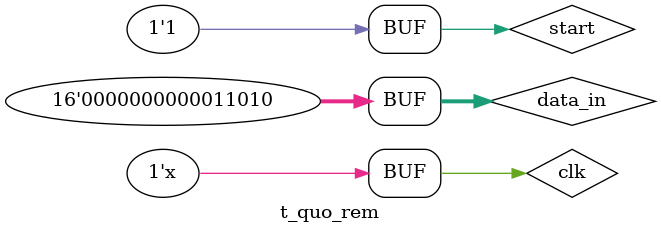
<source format=v>
module t_quo_rem;//test bench for determining the remainder and quotient 8026
reg [15:0] data_in;//input of the number whose remainder and quotient is to be determined 8026
reg clk, start;//variable for clock and start variable 8026
wire done;//variable to indicate the end of operation and printing the final values of reminder and quotient 8026
DIV_datapath DP (less,LdD1,LdD2,LdC,LdP,clrC, incC, data_in, clk);//instantiating the datapath 8026
controller CON (LdD1,LdD2,LdC,LdP,clrC, incC,done,clk,less,start);//instantiating the controller path 8026

initial
  begin
    clk =1'b0;//initialising clock variable 8026 
    #2 start=1'b1;//initialising start variable 8026
  end

always #5 clk =~clk;//setting the clock variable 8026
initial
  begin
    #10 data_in=26;//value whose quotient and remainder with 10 is to be determined is inputed 8026
  end

initial
  begin
    $monitor (" Quotient= %d  Remainder= %d done= %b", DP.ou,DP.W, done);
    //values of quotient and remainder after each cycle is displayed until the final values are obtained 8026
  end
endmodule

</source>
